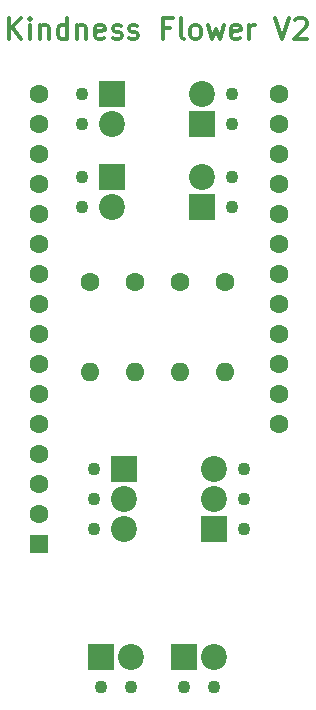
<source format=gbr>
%TF.GenerationSoftware,KiCad,Pcbnew,8.0.2*%
%TF.CreationDate,2024-05-27T13:26:58-06:00*%
%TF.ProjectId,KindFlowerPCB,4b696e64-466c-46f7-9765-725043422e6b,rev?*%
%TF.SameCoordinates,Original*%
%TF.FileFunction,Soldermask,Top*%
%TF.FilePolarity,Negative*%
%FSLAX46Y46*%
G04 Gerber Fmt 4.6, Leading zero omitted, Abs format (unit mm)*
G04 Created by KiCad (PCBNEW 8.0.2) date 2024-05-27 13:26:58*
%MOMM*%
%LPD*%
G01*
G04 APERTURE LIST*
%ADD10C,0.300000*%
%ADD11C,1.600000*%
%ADD12O,1.600000X1.600000*%
%ADD13C,1.100000*%
%ADD14R,2.200000X2.200000*%
%ADD15C,2.200000*%
%ADD16R,1.600000X1.600000*%
G04 APERTURE END LIST*
D10*
X133757779Y-93115234D02*
X133757779Y-91365234D01*
X134757779Y-93115234D02*
X134007779Y-92115234D01*
X134757779Y-91365234D02*
X133757779Y-92365234D01*
X135507779Y-93115234D02*
X135507779Y-91948567D01*
X135507779Y-91365234D02*
X135424446Y-91448567D01*
X135424446Y-91448567D02*
X135507779Y-91531901D01*
X135507779Y-91531901D02*
X135591113Y-91448567D01*
X135591113Y-91448567D02*
X135507779Y-91365234D01*
X135507779Y-91365234D02*
X135507779Y-91531901D01*
X136341112Y-91948567D02*
X136341112Y-93115234D01*
X136341112Y-92115234D02*
X136424446Y-92031901D01*
X136424446Y-92031901D02*
X136591112Y-91948567D01*
X136591112Y-91948567D02*
X136841112Y-91948567D01*
X136841112Y-91948567D02*
X137007779Y-92031901D01*
X137007779Y-92031901D02*
X137091112Y-92198567D01*
X137091112Y-92198567D02*
X137091112Y-93115234D01*
X138674445Y-93115234D02*
X138674445Y-91365234D01*
X138674445Y-93031901D02*
X138507779Y-93115234D01*
X138507779Y-93115234D02*
X138174445Y-93115234D01*
X138174445Y-93115234D02*
X138007779Y-93031901D01*
X138007779Y-93031901D02*
X137924445Y-92948567D01*
X137924445Y-92948567D02*
X137841112Y-92781901D01*
X137841112Y-92781901D02*
X137841112Y-92281901D01*
X137841112Y-92281901D02*
X137924445Y-92115234D01*
X137924445Y-92115234D02*
X138007779Y-92031901D01*
X138007779Y-92031901D02*
X138174445Y-91948567D01*
X138174445Y-91948567D02*
X138507779Y-91948567D01*
X138507779Y-91948567D02*
X138674445Y-92031901D01*
X139507778Y-91948567D02*
X139507778Y-93115234D01*
X139507778Y-92115234D02*
X139591112Y-92031901D01*
X139591112Y-92031901D02*
X139757778Y-91948567D01*
X139757778Y-91948567D02*
X140007778Y-91948567D01*
X140007778Y-91948567D02*
X140174445Y-92031901D01*
X140174445Y-92031901D02*
X140257778Y-92198567D01*
X140257778Y-92198567D02*
X140257778Y-93115234D01*
X141757778Y-93031901D02*
X141591111Y-93115234D01*
X141591111Y-93115234D02*
X141257778Y-93115234D01*
X141257778Y-93115234D02*
X141091111Y-93031901D01*
X141091111Y-93031901D02*
X141007778Y-92865234D01*
X141007778Y-92865234D02*
X141007778Y-92198567D01*
X141007778Y-92198567D02*
X141091111Y-92031901D01*
X141091111Y-92031901D02*
X141257778Y-91948567D01*
X141257778Y-91948567D02*
X141591111Y-91948567D01*
X141591111Y-91948567D02*
X141757778Y-92031901D01*
X141757778Y-92031901D02*
X141841111Y-92198567D01*
X141841111Y-92198567D02*
X141841111Y-92365234D01*
X141841111Y-92365234D02*
X141007778Y-92531901D01*
X142507778Y-93031901D02*
X142674445Y-93115234D01*
X142674445Y-93115234D02*
X143007778Y-93115234D01*
X143007778Y-93115234D02*
X143174445Y-93031901D01*
X143174445Y-93031901D02*
X143257778Y-92865234D01*
X143257778Y-92865234D02*
X143257778Y-92781901D01*
X143257778Y-92781901D02*
X143174445Y-92615234D01*
X143174445Y-92615234D02*
X143007778Y-92531901D01*
X143007778Y-92531901D02*
X142757778Y-92531901D01*
X142757778Y-92531901D02*
X142591111Y-92448567D01*
X142591111Y-92448567D02*
X142507778Y-92281901D01*
X142507778Y-92281901D02*
X142507778Y-92198567D01*
X142507778Y-92198567D02*
X142591111Y-92031901D01*
X142591111Y-92031901D02*
X142757778Y-91948567D01*
X142757778Y-91948567D02*
X143007778Y-91948567D01*
X143007778Y-91948567D02*
X143174445Y-92031901D01*
X143924445Y-93031901D02*
X144091112Y-93115234D01*
X144091112Y-93115234D02*
X144424445Y-93115234D01*
X144424445Y-93115234D02*
X144591112Y-93031901D01*
X144591112Y-93031901D02*
X144674445Y-92865234D01*
X144674445Y-92865234D02*
X144674445Y-92781901D01*
X144674445Y-92781901D02*
X144591112Y-92615234D01*
X144591112Y-92615234D02*
X144424445Y-92531901D01*
X144424445Y-92531901D02*
X144174445Y-92531901D01*
X144174445Y-92531901D02*
X144007778Y-92448567D01*
X144007778Y-92448567D02*
X143924445Y-92281901D01*
X143924445Y-92281901D02*
X143924445Y-92198567D01*
X143924445Y-92198567D02*
X144007778Y-92031901D01*
X144007778Y-92031901D02*
X144174445Y-91948567D01*
X144174445Y-91948567D02*
X144424445Y-91948567D01*
X144424445Y-91948567D02*
X144591112Y-92031901D01*
X147341112Y-92198567D02*
X146757778Y-92198567D01*
X146757778Y-93115234D02*
X146757778Y-91365234D01*
X146757778Y-91365234D02*
X147591112Y-91365234D01*
X148507778Y-93115234D02*
X148341112Y-93031901D01*
X148341112Y-93031901D02*
X148257778Y-92865234D01*
X148257778Y-92865234D02*
X148257778Y-91365234D01*
X149424445Y-93115234D02*
X149257779Y-93031901D01*
X149257779Y-93031901D02*
X149174445Y-92948567D01*
X149174445Y-92948567D02*
X149091112Y-92781901D01*
X149091112Y-92781901D02*
X149091112Y-92281901D01*
X149091112Y-92281901D02*
X149174445Y-92115234D01*
X149174445Y-92115234D02*
X149257779Y-92031901D01*
X149257779Y-92031901D02*
X149424445Y-91948567D01*
X149424445Y-91948567D02*
X149674445Y-91948567D01*
X149674445Y-91948567D02*
X149841112Y-92031901D01*
X149841112Y-92031901D02*
X149924445Y-92115234D01*
X149924445Y-92115234D02*
X150007779Y-92281901D01*
X150007779Y-92281901D02*
X150007779Y-92781901D01*
X150007779Y-92781901D02*
X149924445Y-92948567D01*
X149924445Y-92948567D02*
X149841112Y-93031901D01*
X149841112Y-93031901D02*
X149674445Y-93115234D01*
X149674445Y-93115234D02*
X149424445Y-93115234D01*
X150591112Y-91948567D02*
X150924445Y-93115234D01*
X150924445Y-93115234D02*
X151257778Y-92281901D01*
X151257778Y-92281901D02*
X151591112Y-93115234D01*
X151591112Y-93115234D02*
X151924445Y-91948567D01*
X153257778Y-93031901D02*
X153091111Y-93115234D01*
X153091111Y-93115234D02*
X152757778Y-93115234D01*
X152757778Y-93115234D02*
X152591111Y-93031901D01*
X152591111Y-93031901D02*
X152507778Y-92865234D01*
X152507778Y-92865234D02*
X152507778Y-92198567D01*
X152507778Y-92198567D02*
X152591111Y-92031901D01*
X152591111Y-92031901D02*
X152757778Y-91948567D01*
X152757778Y-91948567D02*
X153091111Y-91948567D01*
X153091111Y-91948567D02*
X153257778Y-92031901D01*
X153257778Y-92031901D02*
X153341111Y-92198567D01*
X153341111Y-92198567D02*
X153341111Y-92365234D01*
X153341111Y-92365234D02*
X152507778Y-92531901D01*
X154091111Y-93115234D02*
X154091111Y-91948567D01*
X154091111Y-92281901D02*
X154174445Y-92115234D01*
X154174445Y-92115234D02*
X154257778Y-92031901D01*
X154257778Y-92031901D02*
X154424445Y-91948567D01*
X154424445Y-91948567D02*
X154591111Y-91948567D01*
X156257777Y-91365234D02*
X156841111Y-93115234D01*
X156841111Y-93115234D02*
X157424444Y-91365234D01*
X157924444Y-91531901D02*
X158007777Y-91448567D01*
X158007777Y-91448567D02*
X158174444Y-91365234D01*
X158174444Y-91365234D02*
X158591111Y-91365234D01*
X158591111Y-91365234D02*
X158757777Y-91448567D01*
X158757777Y-91448567D02*
X158841111Y-91531901D01*
X158841111Y-91531901D02*
X158924444Y-91698567D01*
X158924444Y-91698567D02*
X158924444Y-91865234D01*
X158924444Y-91865234D02*
X158841111Y-92115234D01*
X158841111Y-92115234D02*
X157841111Y-93115234D01*
X157841111Y-93115234D02*
X158924444Y-93115234D01*
D11*
%TO.C,R2*%
X152014445Y-113665000D03*
D12*
X152014445Y-121285000D03*
%TD*%
D13*
%TO.C,J6*%
X152649445Y-107315000D03*
X152649445Y-104775000D03*
D14*
X150109445Y-107315000D03*
D15*
X150109445Y-104775000D03*
%TD*%
D13*
%TO.C,J3*%
X148521945Y-147955000D03*
X151061945Y-147955000D03*
D14*
X148521945Y-145415000D03*
D15*
X151061945Y-145415000D03*
%TD*%
D13*
%TO.C,J4*%
X139949445Y-104775000D03*
X139949445Y-107315000D03*
D14*
X142489445Y-104775000D03*
D15*
X142489445Y-107315000D03*
%TD*%
D13*
%TO.C,J5*%
X139949445Y-97790000D03*
X139949445Y-100330000D03*
D14*
X142489445Y-97790000D03*
D15*
X142489445Y-100330000D03*
%TD*%
D13*
%TO.C,J8*%
X153670000Y-134620000D03*
X153670000Y-132080000D03*
X153670000Y-129540000D03*
D14*
X151130000Y-134620000D03*
D15*
X151130000Y-132080000D03*
X151130000Y-129540000D03*
%TD*%
D13*
%TO.C,J1*%
X141536945Y-147955000D03*
X144076945Y-147955000D03*
D14*
X141536945Y-145415000D03*
D15*
X144076945Y-145415000D03*
%TD*%
D11*
%TO.C,R3*%
X148204445Y-113665000D03*
D12*
X148204445Y-121285000D03*
%TD*%
D13*
%TO.C,J2*%
X152649445Y-100330000D03*
X152649445Y-97790000D03*
D14*
X150109445Y-100330000D03*
D15*
X150109445Y-97790000D03*
%TD*%
D13*
%TO.C,J7*%
X140970000Y-129540000D03*
X140970000Y-132080000D03*
X140970000Y-134620000D03*
D14*
X143510000Y-129540000D03*
D15*
X143510000Y-132080000D03*
X143510000Y-134620000D03*
%TD*%
D11*
%TO.C,R5*%
X140584445Y-113665000D03*
D12*
X140584445Y-121285000D03*
%TD*%
D11*
%TO.C,R4*%
X144394445Y-113665000D03*
D12*
X144394445Y-121285000D03*
%TD*%
D16*
%TO.C,A1*%
X136246945Y-135890000D03*
D11*
X136246945Y-133350000D03*
X136246945Y-130810000D03*
X136246945Y-128270000D03*
X136246945Y-125730000D03*
X136246945Y-123190000D03*
X136246945Y-120650000D03*
X136246945Y-118110000D03*
X136246945Y-115570000D03*
X136246945Y-113030000D03*
X136246945Y-110490000D03*
X136246945Y-107950000D03*
X136246945Y-105410000D03*
X136246945Y-102870000D03*
X136246945Y-100330000D03*
X136246945Y-97790000D03*
X156566945Y-97790000D03*
X156566945Y-100330000D03*
X156566945Y-102870000D03*
X156566945Y-105410000D03*
X156566945Y-107950000D03*
X156566945Y-110490000D03*
X156566945Y-113030000D03*
X156566945Y-115570000D03*
X156566945Y-118110000D03*
X156566945Y-120650000D03*
X156566945Y-123190000D03*
X156566945Y-125730000D03*
%TD*%
M02*

</source>
